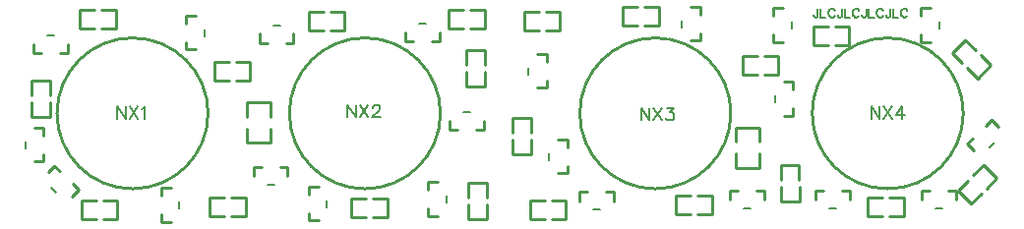
<source format=gto>
G04 Layer: TopSilkLayer*
G04 EasyEDA v6.4.24, 2021-09-25T18:24:48+02:00*
G04 92b9668f88874301bfa8342a5f0d0e57,f5a38c858c354eb5b90fd3f81420cce3,10*
G04 Gerber Generator version 0.2*
G04 Scale: 100 percent, Rotated: No, Reflected: No *
G04 Dimensions in millimeters *
G04 leading zeros omitted , absolute positions ,4 integer and 5 decimal *
%FSLAX45Y45*%
%MOMM*%

%ADD10C,0.2540*%
%ADD25C,0.2000*%
%ADD26C,0.1800*%
%ADD27C,0.1524*%

%LPD*%
D26*
X7148677Y-96517D02*
G01*
X7148677Y-155191D01*
X7144867Y-166113D01*
X7141311Y-169669D01*
X7133945Y-173479D01*
X7126579Y-173479D01*
X7119213Y-169669D01*
X7115657Y-166113D01*
X7112101Y-155191D01*
X7112101Y-147825D01*
X7172807Y-96517D02*
G01*
X7172807Y-173479D01*
X7172807Y-173479D02*
G01*
X7216749Y-173479D01*
X7295743Y-114805D02*
G01*
X7291933Y-107439D01*
X7284821Y-100327D01*
X7277455Y-96517D01*
X7262723Y-96517D01*
X7255357Y-100327D01*
X7247991Y-107439D01*
X7244435Y-114805D01*
X7240879Y-125727D01*
X7240879Y-144015D01*
X7244435Y-155191D01*
X7247991Y-162303D01*
X7255357Y-169669D01*
X7262723Y-173479D01*
X7277455Y-173479D01*
X7284821Y-169669D01*
X7291933Y-162303D01*
X7295743Y-155191D01*
X7356449Y-96517D02*
G01*
X7356449Y-155191D01*
X7352893Y-166113D01*
X7349083Y-169669D01*
X7341717Y-173479D01*
X7334351Y-173479D01*
X7327239Y-169669D01*
X7323429Y-166113D01*
X7319873Y-155191D01*
X7319873Y-147825D01*
X7380579Y-96517D02*
G01*
X7380579Y-173479D01*
X7380579Y-173479D02*
G01*
X7424521Y-173479D01*
X7503515Y-114805D02*
G01*
X7499959Y-107439D01*
X7492593Y-100327D01*
X7485227Y-96517D01*
X7470495Y-96517D01*
X7463383Y-100327D01*
X7456017Y-107439D01*
X7452207Y-114805D01*
X7448651Y-125727D01*
X7448651Y-144015D01*
X7452207Y-155191D01*
X7456017Y-162303D01*
X7463383Y-169669D01*
X7470495Y-173479D01*
X7485227Y-173479D01*
X7492593Y-169669D01*
X7499959Y-162303D01*
X7503515Y-155191D01*
X7564221Y-96517D02*
G01*
X7564221Y-155191D01*
X7560665Y-166113D01*
X7556855Y-169669D01*
X7549743Y-173479D01*
X7542377Y-173479D01*
X7535011Y-169669D01*
X7531455Y-166113D01*
X7527645Y-155191D01*
X7527645Y-147825D01*
X7588351Y-96517D02*
G01*
X7588351Y-173479D01*
X7588351Y-173479D02*
G01*
X7632293Y-173479D01*
X7711287Y-114805D02*
G01*
X7707731Y-107439D01*
X7700365Y-100327D01*
X7692999Y-96517D01*
X7678521Y-96517D01*
X7671155Y-100327D01*
X7663789Y-107439D01*
X7660233Y-114805D01*
X7656423Y-125727D01*
X7656423Y-144015D01*
X7660233Y-155191D01*
X7663789Y-162303D01*
X7671155Y-169669D01*
X7678521Y-173479D01*
X7692999Y-173479D01*
X7700365Y-169669D01*
X7707731Y-162303D01*
X7711287Y-155191D01*
X7771993Y-96517D02*
G01*
X7771993Y-155191D01*
X7768437Y-166113D01*
X7764881Y-169669D01*
X7757515Y-173479D01*
X7750149Y-173479D01*
X7742783Y-169669D01*
X7739227Y-166113D01*
X7735417Y-155191D01*
X7735417Y-147825D01*
X7796123Y-96517D02*
G01*
X7796123Y-173479D01*
X7796123Y-173479D02*
G01*
X7840065Y-173479D01*
X7919313Y-114805D02*
G01*
X7915503Y-107439D01*
X7908137Y-100327D01*
X7901025Y-96517D01*
X7886293Y-96517D01*
X7878927Y-100327D01*
X7871561Y-107439D01*
X7868005Y-114805D01*
X7864195Y-125727D01*
X7864195Y-144015D01*
X7868005Y-155191D01*
X7871561Y-162303D01*
X7878927Y-169669D01*
X7886293Y-173479D01*
X7901025Y-173479D01*
X7908137Y-169669D01*
X7915503Y-162303D01*
X7919313Y-155191D01*
D27*
X1117600Y-938784D02*
G01*
X1117600Y-1047750D01*
X1117600Y-938784D02*
G01*
X1190244Y-1047750D01*
X1190244Y-938784D02*
G01*
X1190244Y-1047750D01*
X1224534Y-938784D02*
G01*
X1297431Y-1047750D01*
X1297431Y-938784D02*
G01*
X1224534Y-1047750D01*
X1331721Y-959612D02*
G01*
X1342136Y-954278D01*
X1357629Y-938784D01*
X1357629Y-1047750D01*
X3098800Y-926084D02*
G01*
X3098800Y-1035050D01*
X3098800Y-926084D02*
G01*
X3171443Y-1035050D01*
X3171443Y-926084D02*
G01*
X3171443Y-1035050D01*
X3205734Y-926084D02*
G01*
X3278631Y-1035050D01*
X3278631Y-926084D02*
G01*
X3205734Y-1035050D01*
X3318002Y-951992D02*
G01*
X3318002Y-946912D01*
X3323336Y-936497D01*
X3328415Y-931163D01*
X3338829Y-926084D01*
X3359658Y-926084D01*
X3370072Y-931163D01*
X3375152Y-936497D01*
X3380486Y-946912D01*
X3380486Y-957326D01*
X3375152Y-967739D01*
X3364738Y-983234D01*
X3312922Y-1035050D01*
X3385565Y-1035050D01*
X5626100Y-951484D02*
G01*
X5626100Y-1060450D01*
X5626100Y-951484D02*
G01*
X5698743Y-1060450D01*
X5698743Y-951484D02*
G01*
X5698743Y-1060450D01*
X5733034Y-951484D02*
G01*
X5805931Y-1060450D01*
X5805931Y-951484D02*
G01*
X5733034Y-1060450D01*
X5850636Y-951484D02*
G01*
X5907786Y-951484D01*
X5876543Y-993139D01*
X5892038Y-993139D01*
X5902452Y-998220D01*
X5907786Y-1003300D01*
X5912865Y-1019047D01*
X5912865Y-1029462D01*
X5907786Y-1044955D01*
X5897372Y-1055370D01*
X5881624Y-1060450D01*
X5866129Y-1060450D01*
X5850636Y-1055370D01*
X5845302Y-1050289D01*
X5840222Y-1039876D01*
X7607300Y-938784D02*
G01*
X7607300Y-1047750D01*
X7607300Y-938784D02*
G01*
X7679943Y-1047750D01*
X7679943Y-938784D02*
G01*
X7679943Y-1047750D01*
X7714234Y-938784D02*
G01*
X7787131Y-1047750D01*
X7787131Y-938784D02*
G01*
X7714234Y-1047750D01*
X7873238Y-938784D02*
G01*
X7821422Y-1011428D01*
X7899400Y-1011428D01*
X7873238Y-938784D02*
G01*
X7873238Y-1047750D01*
D10*
X2409192Y-395198D02*
G01*
X2343200Y-395196D01*
X2409192Y-395198D01*
X2343200Y-395196D01*
X2343200Y-313689D01*
X2635201Y-313689D02*
G01*
X2635201Y-395198D01*
X2569207Y-395198D01*
D25*
X2519194Y-240207D02*
G01*
X2459205Y-240207D01*
D10*
X2767101Y-1697992D02*
G01*
X2767103Y-1632000D01*
X2767101Y-1697992D01*
X2767103Y-1632000D01*
X2848609Y-1632000D01*
X2848609Y-1924001D02*
G01*
X2767101Y-1924001D01*
X2767101Y-1858007D01*
D25*
X2922092Y-1807994D02*
G01*
X2922092Y-1748005D01*
D10*
X737534Y-1610812D02*
G01*
X784197Y-1657477D01*
X737534Y-1610812D01*
X784197Y-1657477D01*
X726561Y-1715112D01*
X520087Y-1508635D02*
G01*
X577722Y-1451000D01*
X624387Y-1497665D01*
D25*
X550156Y-1642625D02*
G01*
X592574Y-1685043D01*
D10*
X484098Y-1350007D02*
G01*
X484098Y-1415999D01*
X484098Y-1350007D01*
X484098Y-1415999D01*
X402589Y-1415999D01*
X402589Y-1123998D02*
G01*
X484098Y-1123998D01*
X484098Y-1189992D01*
D25*
X329107Y-1240005D02*
G01*
X329107Y-1299994D01*
D10*
X3666492Y-382498D02*
G01*
X3600500Y-382498D01*
X3666492Y-382498D01*
X3600500Y-382498D01*
X3600500Y-300989D01*
X3892501Y-300989D02*
G01*
X3892501Y-382498D01*
X3826507Y-382498D01*
D25*
X3776494Y-227507D02*
G01*
X3716505Y-227507D01*
D10*
X4047492Y-1144498D02*
G01*
X3981500Y-1144496D01*
X4047492Y-1144498D01*
X3981500Y-1144496D01*
X3981500Y-1062989D01*
X4273501Y-1062989D02*
G01*
X4273501Y-1144498D01*
X4207507Y-1144498D01*
D25*
X4157494Y-989507D02*
G01*
X4097505Y-989507D01*
D10*
X1497101Y-1710692D02*
G01*
X1497101Y-1644700D01*
X1497101Y-1710692D01*
X1497101Y-1644700D01*
X1578610Y-1644700D01*
X1578610Y-1936701D02*
G01*
X1497101Y-1936701D01*
X1497101Y-1870707D01*
D25*
X1652092Y-1820694D02*
G01*
X1652092Y-1760705D01*
D10*
X3795801Y-1659892D02*
G01*
X3795801Y-1593900D01*
X3795801Y-1659892D01*
X3795801Y-1593900D01*
X3877309Y-1593900D01*
X3877309Y-1885901D02*
G01*
X3795801Y-1885901D01*
X3795801Y-1819907D01*
D25*
X3950792Y-1769894D02*
G01*
X3950792Y-1709905D01*
D10*
X466092Y-484098D02*
G01*
X400100Y-484096D01*
X466092Y-484098D01*
X400100Y-484096D01*
X400100Y-402589D01*
X692101Y-402589D02*
G01*
X692101Y-484098D01*
X626107Y-484098D01*
D25*
X576094Y-329107D02*
G01*
X516105Y-329107D01*
D10*
X1713001Y-224792D02*
G01*
X1713001Y-158800D01*
X1713001Y-224792D01*
X1713001Y-158800D01*
X1794510Y-158800D01*
X1794510Y-450801D02*
G01*
X1713001Y-450801D01*
X1713001Y-384807D01*
D25*
X1867992Y-334794D02*
G01*
X1867992Y-274805D01*
D10*
X2518407Y-1459001D02*
G01*
X2584399Y-1459001D01*
X2518407Y-1459001D01*
X2584399Y-1459001D01*
X2584399Y-1540510D01*
X2292398Y-1540510D02*
G01*
X2292398Y-1459001D01*
X2358392Y-1459001D01*
D25*
X2408405Y-1613992D02*
G01*
X2468394Y-1613992D01*
D10*
X6620507Y-1662201D02*
G01*
X6686499Y-1662201D01*
X6620507Y-1662201D01*
X6686499Y-1662201D01*
X6686499Y-1743710D01*
X6394498Y-1743710D02*
G01*
X6394498Y-1662201D01*
X6460492Y-1662201D01*
D25*
X6510505Y-1817192D02*
G01*
X6570494Y-1817192D01*
D10*
X6135598Y-308607D02*
G01*
X6135598Y-374599D01*
X6135598Y-308607D01*
X6135598Y-374599D01*
X6054090Y-374599D01*
X6054090Y-82598D02*
G01*
X6135598Y-82598D01*
X6135598Y-148592D01*
D25*
X5980607Y-198605D02*
G01*
X5980607Y-258594D01*
D10*
X6767601Y-161292D02*
G01*
X6767603Y-95300D01*
X6767601Y-161292D01*
X6767603Y-95300D01*
X6849109Y-95300D01*
X6849109Y-387301D02*
G01*
X6767601Y-387301D01*
X6767601Y-321307D01*
D25*
X6922592Y-271294D02*
G01*
X6922592Y-211305D01*
D10*
X7357107Y-1662201D02*
G01*
X7423099Y-1662201D01*
X7357107Y-1662201D01*
X7423099Y-1662201D01*
X7423099Y-1743710D01*
X7131098Y-1743710D02*
G01*
X7131098Y-1662201D01*
X7197092Y-1662201D01*
D25*
X7247105Y-1817192D02*
G01*
X7307094Y-1817192D01*
D10*
X5325107Y-1674901D02*
G01*
X5391099Y-1674903D01*
X5325107Y-1674901D01*
X5391099Y-1674903D01*
X5391099Y-1756410D01*
X5099098Y-1756410D02*
G01*
X5099098Y-1674901D01*
X5165092Y-1674901D01*
D25*
X5215105Y-1829892D02*
G01*
X5275094Y-1829892D01*
D10*
X8271507Y-1662201D02*
G01*
X8337499Y-1662203D01*
X8271507Y-1662201D01*
X8337499Y-1662203D01*
X8337499Y-1743710D01*
X8045498Y-1743710D02*
G01*
X8045498Y-1662201D01*
X8111492Y-1662201D01*
D25*
X8161505Y-1817192D02*
G01*
X8221494Y-1817192D01*
D10*
X8595812Y-1103965D02*
G01*
X8642477Y-1057302D01*
X8595812Y-1103965D01*
X8642477Y-1057302D01*
X8700112Y-1114938D01*
X8493635Y-1321412D02*
G01*
X8436000Y-1263777D01*
X8482665Y-1217112D01*
D25*
X8627625Y-1291343D02*
G01*
X8670043Y-1248925D01*
D10*
X4814798Y-715007D02*
G01*
X4814798Y-780999D01*
X4814798Y-715007D01*
X4814798Y-780999D01*
X4733290Y-780999D01*
X4733290Y-488998D02*
G01*
X4814798Y-488998D01*
X4814798Y-554992D01*
D25*
X4659807Y-605005D02*
G01*
X4659807Y-664994D01*
D10*
X6935698Y-956307D02*
G01*
X6935698Y-1022299D01*
X6935698Y-956307D01*
X6935698Y-1022299D01*
X6854190Y-1022299D01*
X6854190Y-730298D02*
G01*
X6935698Y-730298D01*
X6935698Y-796292D01*
D25*
X6780707Y-846305D02*
G01*
X6780707Y-906294D01*
D10*
X4992598Y-1451607D02*
G01*
X4992596Y-1517599D01*
X4992598Y-1451607D01*
X4992596Y-1517599D01*
X4911090Y-1517599D01*
X4911090Y-1225598D02*
G01*
X4992598Y-1225598D01*
X4992598Y-1291592D01*
D25*
X4837607Y-1341605D02*
G01*
X4837607Y-1401594D01*
D10*
X8037601Y-161292D02*
G01*
X8037601Y-95300D01*
X8037601Y-161292D01*
X8037601Y-95300D01*
X8119109Y-95300D01*
X8119109Y-387301D02*
G01*
X8037601Y-387301D01*
X8037601Y-321307D01*
D25*
X8192592Y-271294D02*
G01*
X8192592Y-211305D01*
D10*
X1915104Y-1723397D02*
G01*
X1915104Y-1883402D01*
X2100165Y-1882891D02*
G01*
X2225161Y-1882891D01*
X2100165Y-1722887D02*
G01*
X2225161Y-1722887D01*
X2040107Y-1883402D02*
G01*
X1915104Y-1883402D01*
X2040107Y-1723397D02*
G01*
X1915104Y-1723397D01*
X2225161Y-1722887D02*
G01*
X2225161Y-1882891D01*
X3075995Y-283202D02*
G01*
X3075995Y-123197D01*
X2890934Y-123708D02*
G01*
X2765938Y-123708D01*
X2890934Y-283712D02*
G01*
X2765938Y-283712D01*
X2950992Y-123197D02*
G01*
X3075995Y-123197D01*
X2950992Y-283202D02*
G01*
X3075995Y-283202D01*
X2765938Y-283712D02*
G01*
X2765938Y-123708D01*
X3444295Y-1896102D02*
G01*
X3444295Y-1736097D01*
X3259234Y-1736608D02*
G01*
X3134238Y-1736608D01*
X3259234Y-1896612D02*
G01*
X3134238Y-1896612D01*
X3319292Y-1736097D02*
G01*
X3444295Y-1736097D01*
X3319292Y-1896102D02*
G01*
X3444295Y-1896102D01*
X3134238Y-1896612D02*
G01*
X3134238Y-1736608D01*
X4282495Y-270502D02*
G01*
X4282495Y-110497D01*
X4097434Y-111008D02*
G01*
X3972438Y-111008D01*
X4097434Y-271012D02*
G01*
X3972438Y-271012D01*
X4157492Y-110497D02*
G01*
X4282495Y-110497D01*
X4157492Y-270502D02*
G01*
X4282495Y-270502D01*
X3972438Y-271012D02*
G01*
X3972438Y-111008D01*
X4283702Y-454604D02*
G01*
X4123697Y-454604D01*
X4124208Y-639665D02*
G01*
X4124208Y-764661D01*
X4284212Y-639665D02*
G01*
X4284212Y-764661D01*
X4123697Y-579607D02*
G01*
X4123697Y-454604D01*
X4283702Y-579607D02*
G01*
X4283702Y-454604D01*
X4284212Y-764661D02*
G01*
X4124208Y-764661D01*
X810204Y-1748797D02*
G01*
X810204Y-1908802D01*
X995265Y-1908291D02*
G01*
X1120261Y-1908291D01*
X995265Y-1748287D02*
G01*
X1120261Y-1748287D01*
X935207Y-1908802D02*
G01*
X810204Y-1908802D01*
X935207Y-1748797D02*
G01*
X810204Y-1748797D01*
X1120261Y-1748287D02*
G01*
X1120261Y-1908291D01*
X4296402Y-1597604D02*
G01*
X4136397Y-1597604D01*
X4136908Y-1782665D02*
G01*
X4136908Y-1907661D01*
X4296912Y-1782665D02*
G01*
X4296912Y-1907661D01*
X4136397Y-1722607D02*
G01*
X4136397Y-1597604D01*
X4296402Y-1722607D02*
G01*
X4296402Y-1597604D01*
X4296912Y-1907661D02*
G01*
X4136908Y-1907661D01*
X1107495Y-270502D02*
G01*
X1107495Y-110497D01*
X922434Y-111008D02*
G01*
X797438Y-111008D01*
X922434Y-271012D02*
G01*
X797438Y-271012D01*
X982492Y-110497D02*
G01*
X1107495Y-110497D01*
X982492Y-270502D02*
G01*
X1107495Y-270502D01*
X797438Y-271012D02*
G01*
X797438Y-111008D01*
X5928304Y-1710697D02*
G01*
X5928304Y-1870702D01*
X6113365Y-1870191D02*
G01*
X6238361Y-1870191D01*
X6113365Y-1710187D02*
G01*
X6238361Y-1710187D01*
X6053307Y-1870702D02*
G01*
X5928304Y-1870702D01*
X6053307Y-1710697D02*
G01*
X5928304Y-1710697D01*
X6238361Y-1710187D02*
G01*
X6238361Y-1870191D01*
X8523927Y-699569D02*
G01*
X8637069Y-586427D01*
X8505850Y-455929D02*
G01*
X8417463Y-367545D01*
X8392708Y-569071D02*
G01*
X8304324Y-480684D01*
X8548677Y-498038D02*
G01*
X8637069Y-586427D01*
X8435538Y-611177D02*
G01*
X8523927Y-699569D01*
X8304324Y-480684D02*
G01*
X8417463Y-367545D01*
X4677402Y-1038804D02*
G01*
X4517397Y-1038804D01*
X4517908Y-1223865D02*
G01*
X4517908Y-1348861D01*
X4677912Y-1223865D02*
G01*
X4677912Y-1348861D01*
X4517397Y-1163807D02*
G01*
X4517397Y-1038804D01*
X4677402Y-1163807D02*
G01*
X4677402Y-1038804D01*
X4677912Y-1348861D02*
G01*
X4517908Y-1348861D01*
X6499804Y-504197D02*
G01*
X6499804Y-664202D01*
X6684865Y-663691D02*
G01*
X6809861Y-663691D01*
X6684865Y-503687D02*
G01*
X6809861Y-503687D01*
X6624807Y-664202D02*
G01*
X6499804Y-664202D01*
X6624807Y-504197D02*
G01*
X6499804Y-504197D01*
X6809861Y-503687D02*
G01*
X6809861Y-663691D01*
X4930195Y-283202D02*
G01*
X4930195Y-123197D01*
X4745134Y-123708D02*
G01*
X4620138Y-123708D01*
X4745134Y-283712D02*
G01*
X4620138Y-283712D01*
X4805192Y-123197D02*
G01*
X4930195Y-123197D01*
X4805192Y-283202D02*
G01*
X4930195Y-283202D01*
X4620138Y-283712D02*
G01*
X4620138Y-123708D01*
X8355530Y-1665927D02*
G01*
X8468672Y-1779069D01*
X8599170Y-1647850D02*
G01*
X8687554Y-1559463D01*
X8486028Y-1534708D02*
G01*
X8574415Y-1446324D01*
X8557061Y-1690677D02*
G01*
X8468672Y-1779069D01*
X8443922Y-1577538D02*
G01*
X8355530Y-1665927D01*
X8574415Y-1446324D02*
G01*
X8687554Y-1559463D01*
X7579304Y-1723397D02*
G01*
X7579304Y-1883402D01*
X7764365Y-1882891D02*
G01*
X7889361Y-1882891D01*
X7764365Y-1722887D02*
G01*
X7889361Y-1722887D01*
X7704307Y-1883402D02*
G01*
X7579304Y-1883402D01*
X7704307Y-1723397D02*
G01*
X7579304Y-1723397D01*
X7889361Y-1722887D02*
G01*
X7889361Y-1882891D01*
X4671004Y-1748797D02*
G01*
X4671004Y-1908802D01*
X4856065Y-1908291D02*
G01*
X4981061Y-1908291D01*
X4856065Y-1748287D02*
G01*
X4981061Y-1748287D01*
X4796007Y-1908802D02*
G01*
X4671004Y-1908802D01*
X4796007Y-1748797D02*
G01*
X4671004Y-1748797D01*
X4981061Y-1748287D02*
G01*
X4981061Y-1908291D01*
X6828797Y-1755195D02*
G01*
X6988802Y-1755195D01*
X6988291Y-1570134D02*
G01*
X6988291Y-1445138D01*
X6828287Y-1570134D02*
G01*
X6828287Y-1445138D01*
X6988802Y-1630192D02*
G01*
X6988802Y-1755195D01*
X6828797Y-1630192D02*
G01*
X6828797Y-1755195D01*
X6828287Y-1445138D02*
G01*
X6988291Y-1445138D01*
X7419395Y-410202D02*
G01*
X7419395Y-250197D01*
X7234334Y-250708D02*
G01*
X7109338Y-250708D01*
X7234334Y-410712D02*
G01*
X7109338Y-410712D01*
X7294392Y-250197D02*
G01*
X7419395Y-250197D01*
X7294392Y-410202D02*
G01*
X7419395Y-410202D01*
X7109338Y-410712D02*
G01*
X7109338Y-250708D01*
X5471104Y-85097D02*
G01*
X5471104Y-245102D01*
X5656165Y-244591D02*
G01*
X5781161Y-244591D01*
X5656165Y-84587D02*
G01*
X5781161Y-84587D01*
X5596107Y-245102D02*
G01*
X5471104Y-245102D01*
X5596107Y-85097D02*
G01*
X5471104Y-85097D01*
X5781161Y-84587D02*
G01*
X5781161Y-244591D01*
X2263195Y-715002D02*
G01*
X2263195Y-554997D01*
X2078134Y-555508D02*
G01*
X1953138Y-555508D01*
X2078134Y-715512D02*
G01*
X1953138Y-715512D01*
X2138192Y-554997D02*
G01*
X2263195Y-554997D01*
X2138192Y-715002D02*
G01*
X2263195Y-715002D01*
X1953138Y-715512D02*
G01*
X1953138Y-555508D01*
X537202Y-721304D02*
G01*
X377197Y-721304D01*
X377708Y-906365D02*
G01*
X377708Y-1031361D01*
X537712Y-906365D02*
G01*
X537712Y-1031361D01*
X377197Y-846307D02*
G01*
X377197Y-721304D01*
X537202Y-846307D02*
G01*
X537202Y-721304D01*
X537712Y-1031361D02*
G01*
X377708Y-1031361D01*
X2234803Y-1129499D02*
G01*
X2234803Y-1254500D01*
X2438796Y-1129499D02*
G01*
X2438796Y-1254500D01*
X2234803Y-1029500D02*
G01*
X2234803Y-904499D01*
X2438796Y-1029500D02*
G01*
X2438796Y-904499D01*
X2234803Y-1254503D02*
G01*
X2438796Y-1254500D01*
X2234803Y-904499D02*
G01*
X2438796Y-904499D01*
X6438503Y-1345399D02*
G01*
X6438503Y-1470400D01*
X6642496Y-1345399D02*
G01*
X6642496Y-1470400D01*
X6438503Y-1245400D02*
G01*
X6438503Y-1120399D01*
X6642496Y-1245400D02*
G01*
X6642496Y-1120399D01*
X6438503Y-1470403D02*
G01*
X6642496Y-1470400D01*
X6438503Y-1120399D02*
G01*
X6642496Y-1120399D01*
G75*
G01
X1900022Y-999998D02*
G03X1900022Y-999998I-650011J0D01*
G75*
G01
X3900018Y-999998D02*
G03X3900018Y-999998I-650011J0D01*
G75*
G01
X6400013Y-999998D02*
G03X6400013Y-999998I-650011J0D01*
G75*
G01
X8400009Y-999998D02*
G03X8400009Y-999998I-650011J0D01*
M02*

</source>
